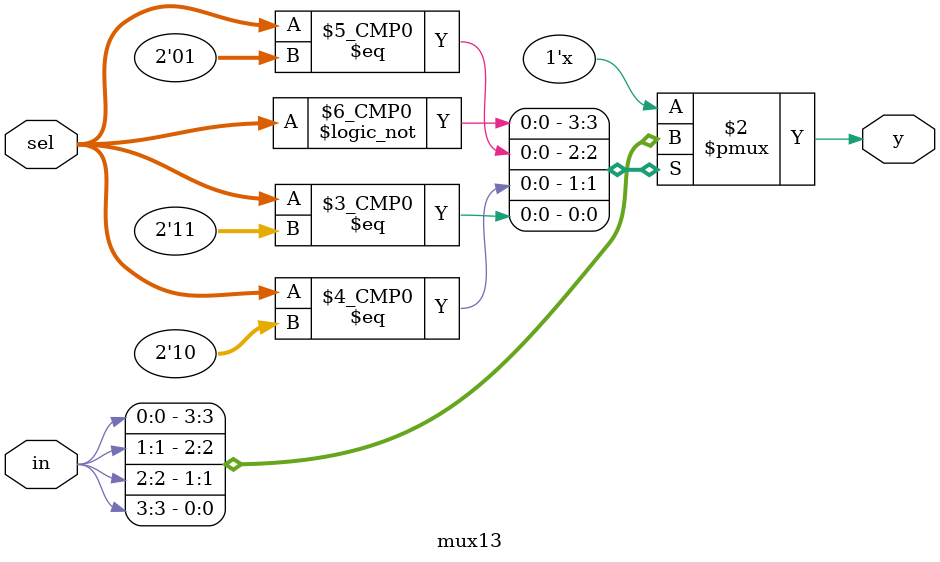
<source format=v>

module mux13(input [3:0] in,
                            input [1:0] sel,
                            output reg y);

    always @(*) begin
        case(sel)
            2'b00: y = in[0];
            2'b01: y = in[1];
            2'b10: y = in[2];
            2'b11: y = in[3];
        endcase
    end
    

endmodule
</source>
